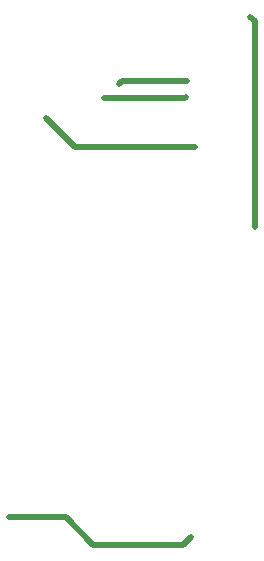
<source format=gtl>
G04 EAGLE Gerber RS-274X export*
G75*
%MOMM*%
%FSLAX34Y34*%
%LPD*%
%INTop Copper*%
%IPPOS*%
%AMOC8*
5,1,8,0,0,1.08239X$1,22.5*%
G01*
G04 Define Apertures*
%ADD10C,0.502400*%
%ADD11C,0.508000*%
D10*
X-17400Y92400D03*
D11*
X7100Y67900D01*
X108900Y67900D01*
D10*
X108900Y67900D03*
X32100Y109300D03*
D11*
X100400Y109300D01*
X101400Y110300D01*
D10*
X101400Y110300D03*
X101800Y124000D03*
D11*
X46800Y124000D01*
X44300Y121500D01*
D10*
X44300Y121500D03*
X-48300Y-245400D03*
D11*
X-400Y-245400D01*
X22800Y-268600D01*
X98600Y-268600D01*
X105300Y-261900D01*
D10*
X105300Y-261900D03*
X159500Y0D03*
D11*
X159500Y174400D01*
X155400Y178500D01*
D10*
X155400Y178500D03*
M02*

</source>
